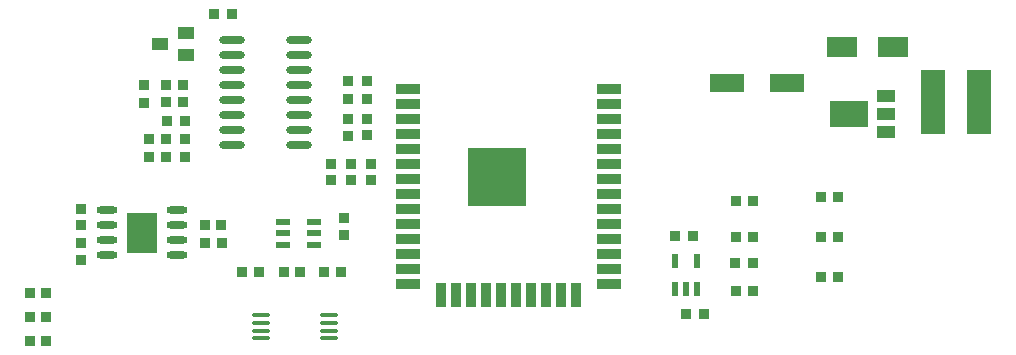
<source format=gtp>
G04 Layer_Color=8421504*
%FSLAX43Y43*%
%MOMM*%
G71*
G01*
G75*
%ADD10R,3.000X1.600*%
%ADD11R,3.300X2.200*%
%ADD12R,1.500X1.000*%
%ADD13R,0.600X1.200*%
%ADD14R,2.500X3.500*%
%ADD15O,1.800X0.600*%
%ADD16O,1.550X0.350*%
%ADD17R,0.900X0.900*%
%ADD18R,0.900X0.900*%
%ADD19R,1.400X1.000*%
G04:AMPARAMS|DCode=20|XSize=2.2mm|YSize=0.6mm|CornerRadius=0.3mm|HoleSize=0mm|Usage=FLASHONLY|Rotation=180.000|XOffset=0mm|YOffset=0mm|HoleType=Round|Shape=RoundedRectangle|*
%AMROUNDEDRECTD20*
21,1,2.200,0.000,0,0,180.0*
21,1,1.600,0.600,0,0,180.0*
1,1,0.600,-0.800,0.000*
1,1,0.600,0.800,0.000*
1,1,0.600,0.800,0.000*
1,1,0.600,-0.800,0.000*
%
%ADD20ROUNDEDRECTD20*%
%ADD21R,5.000X5.000*%
%ADD22R,2.000X0.900*%
%ADD23R,0.900X2.000*%
%ADD24R,1.300X0.600*%
%ADD25R,2.650X1.750*%
%ADD26R,2.150X5.500*%
D10*
X60700Y32950D02*
D03*
X65800D02*
D03*
D11*
X71050Y30325D02*
D03*
D12*
X74150Y31825D02*
D03*
Y28825D02*
D03*
Y30325D02*
D03*
D13*
X57225Y15500D02*
D03*
X56275Y17900D02*
D03*
X58175D02*
D03*
Y15500D02*
D03*
X56275D02*
D03*
D14*
X11175Y20275D02*
D03*
D15*
X8201Y22174D02*
D03*
Y20904D02*
D03*
Y19634D02*
D03*
Y18364D02*
D03*
X14145Y22174D02*
D03*
Y20904D02*
D03*
Y19634D02*
D03*
Y18364D02*
D03*
D16*
X27025Y11325D02*
D03*
Y11975D02*
D03*
Y12625D02*
D03*
Y13275D02*
D03*
X21275Y11325D02*
D03*
Y11975D02*
D03*
Y12625D02*
D03*
Y13275D02*
D03*
D17*
X30525Y26110D02*
D03*
Y24710D02*
D03*
X14825Y26700D02*
D03*
Y28200D02*
D03*
X11375Y31250D02*
D03*
Y32750D02*
D03*
X30250Y33075D02*
D03*
Y31575D02*
D03*
X28575Y33075D02*
D03*
Y31575D02*
D03*
X30200Y29920D02*
D03*
Y28520D02*
D03*
X28575Y28420D02*
D03*
Y29920D02*
D03*
X28850Y26110D02*
D03*
Y24710D02*
D03*
X27175D02*
D03*
Y26110D02*
D03*
X5998Y19425D02*
D03*
Y17925D02*
D03*
X5998Y20904D02*
D03*
Y22304D02*
D03*
X28275Y21550D02*
D03*
Y20050D02*
D03*
D18*
X13225Y31325D02*
D03*
X14625D02*
D03*
Y32750D02*
D03*
X13225D02*
D03*
X13200Y26700D02*
D03*
X11800D02*
D03*
X13200Y28200D02*
D03*
X11800D02*
D03*
X14775Y29725D02*
D03*
X13275D02*
D03*
X17275Y38800D02*
D03*
X18775D02*
D03*
X61500Y22950D02*
D03*
X62900D02*
D03*
X70100Y16475D02*
D03*
X68700D02*
D03*
X70100Y23320D02*
D03*
X68700D02*
D03*
X70100Y19900D02*
D03*
X68700D02*
D03*
X3050Y15125D02*
D03*
X1650D02*
D03*
X3050Y11075D02*
D03*
X1650D02*
D03*
Y13100D02*
D03*
X3050D02*
D03*
X16473Y20919D02*
D03*
X17873D02*
D03*
X16523Y19419D02*
D03*
X17923D02*
D03*
X24575Y16900D02*
D03*
X23175D02*
D03*
X28025Y16900D02*
D03*
X26625D02*
D03*
X21100D02*
D03*
X19600D02*
D03*
X57800Y19975D02*
D03*
X56300D02*
D03*
X57225Y13350D02*
D03*
X58725D02*
D03*
X62900Y15300D02*
D03*
X61500D02*
D03*
Y19925D02*
D03*
X62900D02*
D03*
X61400Y17662D02*
D03*
X62900D02*
D03*
D19*
X14925Y37200D02*
D03*
Y35300D02*
D03*
X12725Y36250D02*
D03*
D20*
X18825Y36570D02*
D03*
Y35300D02*
D03*
Y34030D02*
D03*
Y32760D02*
D03*
Y31490D02*
D03*
Y30220D02*
D03*
Y28950D02*
D03*
Y27680D02*
D03*
X24425D02*
D03*
Y28950D02*
D03*
Y30220D02*
D03*
Y31490D02*
D03*
Y32760D02*
D03*
Y34030D02*
D03*
Y35300D02*
D03*
Y36570D02*
D03*
D21*
X41190Y24960D02*
D03*
D22*
X33690Y32460D02*
D03*
Y31190D02*
D03*
Y29920D02*
D03*
Y28650D02*
D03*
Y27380D02*
D03*
Y26110D02*
D03*
Y15950D02*
D03*
Y17220D02*
D03*
Y18490D02*
D03*
Y19760D02*
D03*
Y21030D02*
D03*
Y22300D02*
D03*
Y23570D02*
D03*
Y24840D02*
D03*
X50690D02*
D03*
Y23570D02*
D03*
Y22300D02*
D03*
Y21030D02*
D03*
Y19760D02*
D03*
Y18490D02*
D03*
Y17220D02*
D03*
Y15950D02*
D03*
Y26110D02*
D03*
Y27380D02*
D03*
Y28650D02*
D03*
Y29920D02*
D03*
Y31190D02*
D03*
Y32460D02*
D03*
D23*
X42825Y14950D02*
D03*
X44095D02*
D03*
X45365D02*
D03*
X46635D02*
D03*
X47905D02*
D03*
X41555D02*
D03*
X40285D02*
D03*
X39015D02*
D03*
X37745D02*
D03*
X36475D02*
D03*
D24*
X23075Y21150D02*
D03*
Y19250D02*
D03*
X25775D02*
D03*
Y21150D02*
D03*
X23075Y20200D02*
D03*
X25775D02*
D03*
D25*
X70425Y36000D02*
D03*
X74725D02*
D03*
D26*
X78175Y31325D02*
D03*
X82025D02*
D03*
M02*

</source>
